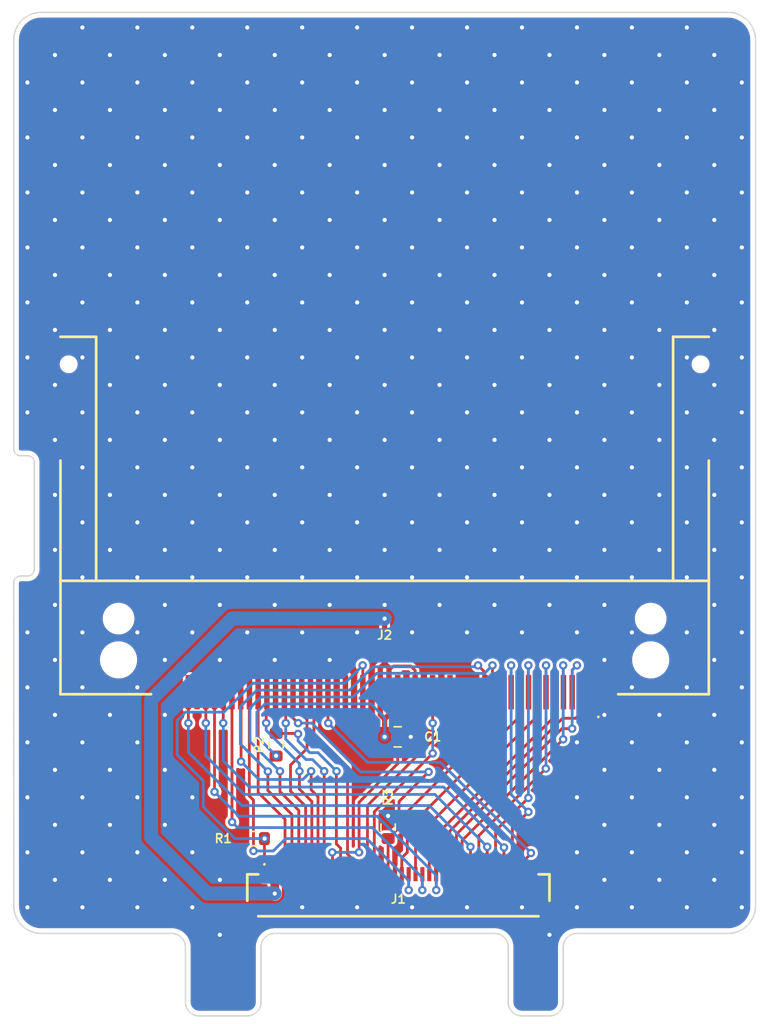
<source format=kicad_pcb>
(kicad_pcb (version 20221018) (generator pcbnew)
  (layers (0 "F.Cu" signal) (31 "B.Cu" signal) (34 "B.Paste" user) (35 "F.Paste" user) (36 "B.SilkS" user "B.Silkscreen") (37 "F.SilkS" user "F.Silkscreen") (38 "B.Mask" user) (39 "F.Mask" user) (44 "Edge.Cuts" user))
  (net 0 "")
  (net 1 "+3.3V")
  (net 2 "GND")
  (net 3 "/RESET")
  (net 4 "/D7")
  (net 5 "/D8")
  (net 6 "/D6")
  (net 7 "/D9")
  (net 8 "/D5")
  (net 9 "/D10")
  (net 10 "/D4")
  (net 11 "/D11")
  (net 12 "/D3")
  (net 13 "/D12")
  (net 14 "/D2")
  (net 15 "/D13")
  (net 16 "/D1")
  (net 17 "/D14")
  (net 18 "/D0")
  (net 19 "/D15")
  (net 20 "/DMARQ")
  (net 21 "/IOW")
  (net 22 "/IOR")
  (net 23 "/IORDY")
  (net 24 "/DMACK")
  (net 25 "/INTRQ")
  (net 26 "/A1")
  (net 27 "/PDIAG")
  (net 28 "/A0")
  (net 29 "/A2")
  (net 30 "/CS0")
  (net 31 "/CS1")
  (net 32 "/DASP")
  (net 33 "/DEVADR")
  (footprint "Resistor_SMD:R_0603_1608Metric" (layer "F.Cu") (at 119.1 106.675 -90)
    (fp_text reference "R2")
    (fp_text value "DNF")
  )
  (footprint "CF-to-ZIF:101D-TAAB-R01" (layer "F.Cu") (at 127 90)
    (fp_text reference "J2")
    (fp_text value "101D-TAAB-R01" hide)
  )
  (footprint "Resistor_SMD:R_0603_1608Metric" (layer "F.Cu") (at 117.425 113.5 180)
    (fp_text reference "R1")
    (fp_text value "4.7K")
  )
  (footprint "Capacitor_SMD:C_0805_2012Metric" (layer "F.Cu") (at 127.95 106.1)
    (fp_text reference "C1")
    (fp_text value "C_Small")
  )
  (footprint "CF-to-ZIF:F3311A7H121040E200" (layer "F.Cu") (at 128 117.625)
    (fp_text reference "J1")
    (fp_text value "F3311A7H121040E200" hide)
  )
  (footprint "Resistor_SMD:R_0603_1608Metric" (layer "F.Cu") (at 127.254 112.6744 90)
    (fp_text reference "R3")
    (fp_text value "DNF")
  )
  (gr_line (start 100.0064 118.4) (end 100 94.9) (stroke (width 0.1)) (layer "Edge.Cuts"))
  (gr_line (start 100.5 85.65) (end 101 85.65) (stroke (width 0.1)) (layer "Edge.Cuts"))
  (gr_arc (start 101 85.65) (mid 101.353553 85.796447) (end 101.5 86.15) (stroke (width 0.1)) (layer "Edge.Cuts"))
  (gr_arc (start 100 55.4) (mid 100.585786 53.985786) (end 102 53.4) (stroke (width 0.1)) (layer "Edge.Cuts"))
  (gr_line (start 154 55.4) (end 154 118.4) (stroke (width 0.1)) (layer "Edge.Cuts"))
  (gr_line (start 118 125.4) (end 118 121.4) (stroke (width 0.1)) (layer "Edge.Cuts"))
  (gr_arc (start 113.5 126.4) (mid 112.792893 126.107107) (end 112.5 125.4) (stroke (width 0.1)) (layer "Edge.Cuts"))
  (gr_line (start 101.5 86.15) (end 101.5 93.9) (stroke (width 0.1)) (layer "Edge.Cuts"))
  (gr_arc (start 118 125.4) (mid 117.707107 126.107107) (end 117 126.4) (stroke (width 0.1)) (layer "Edge.Cuts"))
  (gr_arc (start 101.5 93.9) (mid 101.353553 94.253553) (end 101 94.4) (stroke (width 0.1)) (layer "Edge.Cuts"))
  (gr_line (start 101 94.4) (end 100.5 94.4) (stroke (width 0.1)) (layer "Edge.Cuts"))
  (gr_line (start 113.5 126.4) (end 117 126.4) (stroke (width 0.1)) (layer "Edge.Cuts"))
  (gr_arc (start 135 120.4) (mid 135.707107 120.692893) (end 136 121.4) (stroke (width 0.1)) (layer "Edge.Cuts"))
  (gr_arc (start 111.5 120.4) (mid 112.207107 120.692893) (end 112.5 121.4) (stroke (width 0.1)) (layer "Edge.Cuts"))
  (gr_arc (start 154 118.4) (mid 153.414214 119.814214) (end 152 120.4) (stroke (width 0.1)) (layer "Edge.Cuts"))
  (gr_arc (start 118 121.4) (mid 118.292893 120.692893) (end 119 120.4) (stroke (width 0.1)) (layer "Edge.Cuts"))
  (gr_arc (start 137 126.4) (mid 136.292893 126.107107) (end 136 125.4) (stroke (width 0.1)) (layer "Edge.Cuts"))
  (gr_arc (start 102.0064 120.4) (mid 100.592186 119.814214) (end 100.0064 118.4) (stroke (width 0.1)) (layer "Edge.Cuts"))
  (gr_arc (start 152 53.4) (mid 153.414214 53.985786) (end 154 55.4) (stroke (width 0.1)) (layer "Edge.Cuts"))
  (gr_arc (start 140 121.4) (mid 140.292893 120.692893) (end 141 120.4) (stroke (width 0.1)) (layer "Edge.Cuts"))
  (gr_line (start 136 125.4) (end 136 121.4) (stroke (width 0.1)) (layer "Edge.Cuts"))
  (gr_line (start 141 120.4) (end 152 120.4) (stroke (width 0.1)) (layer "Edge.Cuts"))
  (gr_arc (start 100 94.9) (mid 100.146447 94.546447) (end 100.5 94.4) (stroke (width 0.1)) (layer "Edge.Cuts"))
  (gr_line (start 111.5 120.4) (end 102.0064 120.4) (stroke (width 0.1)) (layer "Edge.Cuts"))
  (gr_arc (start 100.5 85.65) (mid 100.146447 85.503553) (end 100 85.15) (stroke (width 0.1)) (layer "Edge.Cuts"))
  (gr_line (start 112.5 121.4) (end 112.5 125.4) (stroke (width 0.1)) (layer "Edge.Cuts"))
  (gr_line (start 140 121.4) (end 140 125.4) (stroke (width 0.1)) (layer "Edge.Cuts"))
  (gr_line (start 139 126.4) (end 137 126.4) (stroke (width 0.1)) (layer "Edge.Cuts"))
  (gr_line (start 100 85.15) (end 100 55.4) (stroke (width 0.1)) (layer "Edge.Cuts"))
  (gr_line (start 102 53.4) (end 152 53.4) (stroke (width 0.1)) (layer "Edge.Cuts"))
  (gr_line (start 135 120.4) (end 119 120.4) (stroke (width 0.1)) (layer "Edge.Cuts"))
  (gr_arc (start 140 125.4) (mid 139.707107 126.107107) (end 139 126.4) (stroke (width 0.1)) (layer "Edge.Cuts"))
  (segment (start 118.75 116.0875) (end 118.9125 116.0875) (width 0.2794) (layer "F.Cu") (net 1))
  (segment (start 119.0875 116.0875) (end 119.25 116.0875) (width 0.2794) (layer "F.Cu") (net 1))
  (segment (start 118.9125 116.0875) (end 119 116) (width 0.2794) (layer "F.Cu") (net 1))
  (segment (start 127 104.8) (end 127 105.3) (width 0.381) (layer "F.Cu") (net 1))
  (segment (start 127 100.7585) (end 127 97.5) (width 0.381) (layer "F.Cu") (net 1))
  (segment (start 129.223 101.273) (end 129.223 102.85) (width 0.2032) (layer "F.Cu") (net 1))
  (segment (start 126.683 102.85) (end 126.683 101.0755) (width 0.381) (layer "F.Cu") (net 1))
  (segment (start 127.318 102.85) (end 127.318 101.282) (width 0.2032) (layer "F.Cu") (net 1))
  (segment (start 126.683 102.85) (end 126.683 104.483) (width 0.381) (layer "F.Cu") (net 1))
  (segment (start 128.9 100.95) (end 129.223 101.273) (width 0.2032) (layer "F.Cu") (net 1))
  (segment (start 127.318 104.482) (end 127.318 101.0765) (width 0.381) (layer "F.Cu") (net 1))
  (segment (start 119 116) (end 119.0875 116.0875) (width 0.2794) (layer "F.Cu") (net 1))
  (segment (start 119 116) (end 119 117.5) (width 0.635) (layer "F.Cu") (net 1))
  (segment (start 127.318 102.85) (end 127.318 104.482) (width 0.381) (layer "F.Cu") (net 1))
  (segment (start 127.318 101.282) (end 127.65 100.95) (width 0.2032) (layer "F.Cu") (net 1))
  (segment (start 127.65 100.95) (end 128.9 100.95) (width 0.2032) (layer "F.Cu") (net 1))
  (segment (start 126.683 104.483) (end 127 104.8) (width 0.381) (layer "F.Cu") (net 1))
  (segment (start 127.318 104.482) (end 127 104.8) (width 0.381) (layer "F.Cu") (net 1))
  (segment (start 127.318 101.0765) (end 127 100.7585) (width 0.381) (layer "F.Cu") (net 1))
  (segment (start 126.683 101.0755) (end 126.9585 100.8) (width 0.381) (layer "F.Cu") (net 1))
  (via (at 119 117.5) (size 0.6096) (drill 0.3048) (layers "F.Cu" "B.Cu") (net 1))
  (via (at 127 97.5) (size 0.6096) (drill 0.3048) (layers "F.Cu" "B.Cu") (net 1))
  (via (at 127 106.1) (size 0.6096) (drill 0.3048) (layers "F.Cu" "B.Cu") (net 1))
  (via (at 119.1 107.475) (size 0.6096) (drill 0.3048) (layers "F.Cu" "B.Cu") (net 1))
  (segment (start 117.7 106.075) (end 117.7 104.3) (width 0.2032) (layer "B.Cu") (net 1))
  (segment (start 110 113.4) (end 110 103.4) (width 1.016) (layer "B.Cu") (net 1))
  (segment (start 117.7 104.3) (end 118.3 103.7) (width 0.2032) (layer "B.Cu") (net 1))
  (segment (start 118.3 103.7) (end 126 103.7) (width 0.2032) (layer "B.Cu") (net 1))
  (segment (start 126 103.7) (end 127 104.7) (width 0.2032) (layer "B.Cu") (net 1))
  (segment (start 118.9906 117.4906) (end 114.0906 117.4906) (width 1.016) (layer "B.Cu") (net 1))
  (segment (start 119.1 107.475) (end 117.7 106.075) (width 0.2032) (layer "B.Cu") (net 1))
  (segment (start 115.9094 97.4906) (end 126.9906 97.4906) (width 1.016) (layer "B.Cu") (net 1))
  (segment (start 127 104.7) (end 127 106.1) (width 0.2032) (layer "B.Cu") (net 1))
  (segment (start 114.0906 117.4906) (end 110 113.4) (width 1.016) (layer "B.Cu") (net 1))
  (segment (start 126.9906 97.4906) (end 127 97.5) (width 1.016) (layer "B.Cu") (net 1))
  (segment (start 110 103.4) (end 115.9094 97.4906) (width 1.016) (layer "B.Cu") (net 1))
  (via (at 103 76.5) (size 0.6096) (drill 0.3048) (layers "F.Cu" "B.Cu") (net 2))
  (via (at 129 74.5) (size 0.6096) (drill 0.3048) (layers "F.Cu" "B.Cu") (net 2))
  (via (at 119 96.5) (size 0.6096) (drill 0.3048) (layers "F.Cu" "B.Cu") (net 2))
  (via (at 105 78.5) (size 0.6096) (drill 0.3048) (layers "F.Cu" "B.Cu") (net 2))
  (via (at 149 70.5) (size 0.6096) (drill 0.3048) (layers "F.Cu" "B.Cu") (net 2))
  (via (at 141 110.5) (size 0.6096) (drill 0.3048) (layers "F.Cu" "B.Cu") (net 2))
  (via (at 135 88.5) (size 0.6096) (drill 0.3048) (layers "F.Cu" "B.Cu") (net 2))
  (via (at 117 94.5) (size 0.6096) (drill 0.3048) (layers "F.Cu" "B.Cu") (net 2))
  (via (at 105 54.5) (size 0.6096) (drill 0.3048) (layers "F.Cu" "B.Cu") (net 2))
  (via (at 113 66.5) (size 0.6096) (drill 0.3048) (layers "F.Cu" "B.Cu") (net 2))
  (via (at 137 66.5) (size 0.6096) (drill 0.3048) (layers "F.Cu" "B.Cu") (net 2))
  (via (at 121 94.5) (size 0.6096) (drill 0.3048) (layers "F.Cu" "B.Cu") (net 2))
  (via (at 147 76.5) (size 0.6096) (drill 0.3048) (layers "F.Cu" "B.Cu") (net 2))
  (via (at 151 108.5) (size 0.6096) (drill 0.3048) (layers "F.Cu" "B.Cu") (net 2))
  (via (at 131 88.5) (size 0.6096) (drill 0.3048) (layers "F.Cu" "B.Cu") (net 2))
  (via (at 105 94.5) (size 0.6096) (drill 0.3048) (layers "F.Cu" "B.Cu") (net 2))
  (via (at 103 112.5) (size 0.6096) (drill 0.3048) (layers "F.Cu" "B.Cu") (net 2))
  (via (at 129 94.5) (size 0.6096) (drill 0.3048) (layers "F.Cu" "B.Cu") (net 2))
  (via (at 153 58.5) (size 0.6096) (drill 0.3048) (layers "F.Cu" "B.Cu") (net 2))
  (via (at 143 72.5) (size 0.6096) (drill 0.3048) (layers "F.Cu" "B.Cu") (net 2))
  (via (at 103 104.5) (size 0.6096) (drill 0.3048) (layers "F.Cu" "B.Cu") (net 2))
  (via (at 147 116.5) (size 0.6096) (drill 0.3048) (layers "F.Cu" "B.Cu") (net 2))
  (via (at 105 90.5) (size 0.6096) (drill 0.3048) (layers "F.Cu" "B.Cu") (net 2))
  (via (at 149 94.5) (size 0.6096) (drill 0.3048) (layers "F.Cu" "B.Cu") (net 2))
  (via (at 125 86.5) (size 0.6096) (drill 0.3048) (layers "F.Cu" "B.Cu") (net 2))
  (via (at 115 60.5) (size 0.6096) (drill 0.3048) (layers "F.Cu" "B.Cu") (net 2))
  (via (at 151 88.5) (size 0.6096) (drill 0.3048) (layers "F.Cu" "B.Cu") (net 2))
  (via (at 123 76.5) (size 0.6096) (drill 0.3048) (layers "F.Cu" "B.Cu") (net 2))
  (via (at 107 80.5) (size 0.6096) (drill 0.3048) (layers "F.Cu" "B.Cu") (net 2))
  (via (at 151 72.5) (size 0.6096) (drill 0.3048) (layers "F.Cu" "B.Cu") (net 2))
  (via (at 127 84.5) (size 0.6096) (drill 0.3048) (layers "F.Cu" "B.Cu") (net 2))
  (via (at 111 112.5) (size 0.6096) (drill 0.3048) (layers "F.Cu" "B.Cu") (net 2))
  (via (at 119 56.5) (size 0.6096) (drill 0.3048) (layers "F.Cu" "B.Cu") (net 2))
  (via (at 129 70.5) (size 0.6096) (drill 0.3048) (layers "F.Cu" "B.Cu") (net 2))
  (via (at 123 60.5) (size 0.6096) (drill 0.3048) (layers "F.Cu" "B.Cu") (net 2))
  (via (at 131 96.5) (size 0.6096) (drill 0.3048) (layers "F.Cu" "B.Cu") (net 2))
  (via (at 133 94.5) (size 0.6096) (drill 0.3048) (layers "F.Cu" "B.Cu") (net 2))
  (via (at 117 82.5) (size 0.6096) (drill 0.3048) (layers "F.Cu" "B.Cu") (net 2))
  (via (at 129 86.5) (size 0.6096) (drill 0.3048) (layers "F.Cu" "B.Cu") (net 2))
  (via (at 113 94.5) (size 0.6096) (drill 0.3048) (layers "F.Cu" "B.Cu") (net 2))
  (via (at 105 82.5) (size 0.6096) (drill 0.3048) (layers "F.Cu" "B.Cu") (net 2))
  (via (at 119 80.5) (size 0.6096) (drill 0.3048) (layers "F.Cu" "B.Cu") (net 2))
  (via (at 137 82.5) (size 0.6096) (drill 0.3048) (layers "F.Cu" "B.Cu") (net 2))
  (via (at 137 90.5) (size 0.6096) (drill 0.3048) (layers "F.Cu" "B.Cu") (net 2))
  (via (at 131 92.5) (size 0.6096) (drill 0.3048) (layers "F.Cu" "B.Cu") (net 2))
  (via (at 119 88.5) (size 0.6096) (drill 0.3048) (layers "F.Cu" "B.Cu") (net 2))
  (via (at 115 88.5) (size 0.6096) (drill 0.3048) (layers "F.Cu" "B.Cu") (net 2))
  (via (at 121 90.5) (size 0.6096) (drill 0.3048) (layers "F.Cu" "B.Cu") (net 2))
  (via (at 131 72.5) (size 0.6096) (drill 0.3048) (layers "F.Cu" "B.Cu") (net 2))
  (via (at 141 62.5) (size 0.6096) (drill 0.3048) (layers "F.Cu" "B.Cu") (net 2))
  (via (at 111 116.5) (size 0.6096) (drill 0.3048) (layers "F.Cu" "B.Cu") (net 2))
  (via (at 151 100.5) (size 0.6096) (drill 0.3048) (layers "F.Cu" "B.Cu") (net 2))
  (via (at 103 84.5) (size 0.6096) (drill 0.3048) (layers "F.Cu" "B.Cu") (net 2))
  (via (at 111 108.5) (size 0.6096) (drill 0.3048) (layers "F.Cu" "B.Cu") (net 2))
  (via (at 107 56.5) (size 0.6096) (drill 0.3048) (layers "F.Cu" "B.Cu") (net 2))
  (via (at 101 78.5) (size 0.6096) (drill 0.3048) (layers "F.Cu" "B.Cu") (net 2))
  (via (at 127 60.5) (size 0.6096) (drill 0.3048) (layers "F.Cu" "B.Cu") (net 2))
  (via (at 111 100.5) (size 0.6096) (drill 0.3048) (layers "F.Cu" "B.Cu") (net 2))
  (via (at 151 116.5) (size 0.6096) (drill 0.3048) (layers "F.Cu" "B.Cu") (net 2))
  (via (at 145 70.5) (size 0.6096) (drill 0.3048) (layers "F.Cu" "B.Cu") (net 2))
  (via (at 149 98.5) (size 0.6096) (drill 0.3048) (layers "F.Cu" "B.Cu") (net 2))
  (via (at 101 102.5) (size 0.6096) (drill 0.3048) (layers "F.Cu" "B.Cu") (net 2))
  (via (at 145 106.5) (size 0.6096) (drill 0.3048) (layers "F.Cu" "B.Cu") (net 2))
  (via (at 123 56.5) (size 0.6096) (drill 0.3048) (layers "F.Cu" "B.Cu") (net 2))
  (via (at 141 58.5) (size 0.6096) (drill 0.3048) (layers "F.Cu" "B.Cu") (net 2))
  (via (at 143 92.5) (size 0.6096) (drill 0.3048) (layers "F.Cu" "B.Cu") (net 2))
  (via (at 111 68.5) (size 0.6096) (drill 0.3048) (layers "F.Cu" "B.Cu") (net 2))
  (via (at 129 62.5) (size 0.6096) (drill 0.3048) (layers "F.Cu" "B.Cu") (net 2))
  (via (at 103 68.5) (size 0.6096) (drill 0.3048) (layers "F.Cu" "B.Cu") (net 2))
  (via (at 105 66.5) (size 0.6096) (drill 0.3048) (layers "F.Cu" "B.Cu") (net 2))
  (via (at 103 64.5) (size 0.6096) (drill 0.3048) (layers "F.Cu" "B.Cu") (net 2))
  (via (at 128.9 106.1) (size 0.6096) (drill 0.3048) (layers "F.Cu" "B.Cu") (net 2))
  (via (at 129 78.5) (size 0.6096) (drill 0.3048) (layers "F.Cu" "B.Cu") (net 2))
  (via (at 153 90.5) (size 0.6096) (drill 0.3048) (layers "F.Cu" "B.Cu") (net 2))
  (via (at 147 72.5) (size 0.6096) (drill 0.3048) (layers "F.Cu" "B.Cu") (net 2))
  (via (at 131 84.5) (size 0.6096) (drill 0.3048) (layers "F.Cu" "B.Cu") (net 2))
  (via (at 127 88.5) (size 0.6096) (drill 0.3048) (layers "F.Cu" "B.Cu") (net 2))
  (via (at 113 82.5) (size 0.6096) (drill 0.3048) (layers "F.Cu" "B.Cu") (net 2))
  (via (at 117 58.5) (size 0.6096) (drill 0.3048) (layers "F.Cu" "B.Cu") (net 2))
  (via (at 153 70.5) (size 0.6096) (drill 0.3048) (layers "F.Cu" "B.Cu") (net 2))
  (via (at 107 84.5) (size 0.6096) (drill 0.3048) (layers "F.Cu" "B.Cu") (net 2))
  (via (at 149 78.5) (size 0.6096) (drill 0.3048) (layers "F.Cu" "B.Cu") (net 2))
  (via (at 143 80.5) (size 0.6096) (drill 0.3048) (layers "F.Cu" "B.Cu") (net 2))
  (via (at 115 76.5) (size 0.6096) (drill 0.3048) (layers "F.Cu" "B.Cu") (net 2))
  (via (at 147 68.5) (size 0.6096) (drill 0.3048) (layers "F.Cu" "B.Cu") (net 2))
  (via (at 141 106.5) (size 0.6096) (drill 0.3048) (layers "F.Cu" "B.Cu") (net 2))
  (via (at 101 110.5) (size 0.6096) (drill 0.3048) (layers "F.Cu" "B.Cu") (net 2))
  (via (at 145 74.5) (size 0.6096) (drill 0.3048) (layers "F.Cu" "B.Cu") (net 2))
  (via (at 153 114.5) (size 0.6096) (drill 0.3048) (layers "F.Cu" "B.Cu") (net 2))
  (via (at 121 86.5) (size 0.6096) (drill 0.3048) (layers "F.Cu" "B.Cu") (net 2))
  (via (at 141 114.5) (size 0.6096) (drill 0.3048) (layers "F.Cu" "B.Cu") (net 2))
  (via (at 121 118.5) (size 0.6096) (drill 0.3048) (layers "F.Cu" "B.Cu") (net 2))
  (via (at 119 84.5) (size 0.6096) (drill 0.3048) (layers "F.Cu" "B.Cu") (net 2))
  (via (at 147 80.5) (size 0.6096) (drill 0.3048) (layers "F.Cu" "B.Cu") (net 2))
  (via (at 143 64.5) (size 0.6096) (drill 0.3048) (layers "F.Cu" "B.Cu") (net 2))
  (via (at 151 64.5) (size 0.6096) (drill 0.3048) (layers "F.Cu" "B.Cu") (net 2))
  (via (at 129 54.5) (size 0.6096) (drill 0.3048) (layers "F.Cu" "B.Cu") (net 2))
  (via (at 137 74.5) (size 0.6096) (drill 0.3048) (layers "F.Cu" "B.Cu") (net 2))
  (via (at 105 70.5) (size 0.6096) (drill 0.3048) (layers "F.Cu" "B.Cu") (net 2))
  (via (at 109 78.5) (size 0.6096) (drill 0.3048) (layers "F.Cu" "B.Cu") (net 2))
  (via (at 117 66.5) (size 0.6096) (drill 0.3048) (layers "F.Cu" "B.Cu") (net 2))
  (via (at 115 64.5) (size 0.6096) (drill 0.3048) (layers "F.Cu" "B.Cu") (net 2))
  (via (at 145 114.5) (size 0.6096) (drill 0.3048) (layers "F.Cu" "B.Cu") (net 2))
  (via (at 133 90.5) (size 0.6096) (drill 0.3048) (layers "F.Cu" "B.Cu") (net 2))
  (via (at 149 110.5) (size 0.6096) (drill 0.3048) (layers "F.Cu" "B.Cu") (net 2))
  (via (at 145 54.5) (size 0.6096) (drill 0.3048) (layers "F.Cu" "B.Cu") (net 2))
  (via (at 141 94.5) (size 0.6096) (drill 0.3048) (layers "F.Cu" "B.Cu") (net 2))
  (via (at 125 74.5) (size 0.6096) (drill 0.3048) (layers "F.Cu" "B.Cu") (net 2))
  (via (at 101 74.5) (size 0.6096) (drill 0.3048) (layers "F.Cu" "B.Cu") (net 2))
  (via (at 109 62.5) (size 0.6096) (drill 0.3048) (layers "F.Cu" "B.Cu") (net 2))
  (via (at 141 86.5) (size 0.6096) (drill 0.3048) (layers "F.Cu" "B.Cu") (net 2))
  (via (at 153 78.5) (size 0.6096) (drill 0.3048) (layers "F.Cu" "B.Cu") (net 2))
  (via (at 109 118.5) (size 0.6096) (drill 0.3048) (layers "F.Cu" "B.Cu") (net 2))
  (via (at 149 106.5) (size 0.6096) (drill 0.3048) (layers "F.Cu" "B.Cu") (net 2))
  (via (at 117 98.5) (size 0.6096) (drill 0.3048) (layers "F.Cu" "B.Cu") (net 2))
  (via (at 125 94.5) (size 0.6096) (drill 0.3048) (layers "F.Cu" "B.Cu") (net 2))
  (via (at 123 80.5) (size 0.6096) (drill 0.3048) (layers "F.Cu" "B.Cu") (net 2))
  (via (at 121 78.5) (size 0.6096) (drill 0.3048) (layers "F.Cu" "B.Cu") (net 2))
  (via (at 147 88.5) (size 0.6096) (drill 0.3048) (layers "F.Cu" "B.Cu") (net 2))
  (via (at 141 54.5) (size 0.6096) (drill 0.3048) (layers "F.Cu" "B.Cu") (net 2))
  (via (at 127 80.5) (size 0.6096) (drill 0.3048) (layers "F.Cu" "B.Cu") (net 2))
  (via (at 143 56.5) (size 0.6096) (drill 0.3048) (layers "F.Cu" "B.Cu") (net 2))
  (via (at 125 54.5) (size 0.6096) (drill 0.3048) (layers "F.Cu" "B.Cu") (net 2))
  (via (at 109 86.5) (size 0.6096) (drill 0.3048) (layers "F.Cu" "B.Cu") (net 2))
  (via (at 107 64.5) (size 0.6096) (drill 0.3048) (layers "F.Cu" "B.Cu") (net 2))
  (via (at 153 66.5) (size 0.6096) (drill 0.3048) (layers "F.Cu" "B.Cu") (net 2))
  (via (at 113 110.5) (size 0.6096) (drill 0.3048) (layers "F.Cu" "B.Cu") (net 2))
  (via (at 103 116.5) (size 0.6096) (drill 0.3048) (layers "F.Cu" "B.Cu") (net 2))
  (via (at 151 60.5) (size 0.6096) (drill 0.3048) (layers "F.Cu" "B.Cu") (net 2))
  (via (at 101 114.5) (size 0.6096) (drill 0.3048) (layers "F.Cu" "B.Cu") (net 2))
  (via (at 143 68.5) (size 0.6096) (drill 0.3048) (layers "F.Cu" "B.Cu") (net 2))
  (via (at 115 116.5) (size 0.6096) (drill 0.3048) (layers "F.Cu" "B.Cu") (net 2))
  (via (at 151 112.5) (size 0.6096) (drill 0.3048) (layers "F.Cu" "B.Cu") (net 2))
  (via (at 103 72.5) (size 0.6096) (drill 0.3048) (layers "F.Cu" "B.Cu") (net 2))
  (via (at 125 98.5) (size 0.6096) (drill 0.3048) (layers "F.Cu" "B.Cu") (net 2))
  (via (at 151 96.5) (size 0.6096) (drill 0.3048) (layers "F.Cu" "B.Cu") (net 2))
  (via (at 145 58.5) (size 0.6096) (drill 0.3048) (layers "F.Cu" "B.Cu") (net 2))
  (via (at 113 78.5) (size 0.6096) (drill 0.3048) (layers "F.Cu" "B.Cu") (net 2))
  (via (at 125 82.5) (size 0.6096) (drill 0.3048) (layers "F.Cu" "B.Cu") (net 2))
  (via (at 137 54.5) (size 0.6096) (drill 0.3048) (layers "F.Cu" "B.Cu") (net 2))
  (via (at 103 96.5) (size 0.6096) (drill 0.3048) (layers "F.Cu" "B.Cu") (net 2))
  (via (at 151 104.5) (size 0.6096) (drill 0.3048) (layers "F.Cu" "B.Cu") (net 2))
  (via (at 123 88.5) (size 0.6096) (drill 0.3048) (layers "F.Cu" "B.Cu") (net 2))
  (via (at 109 58.5) (size 0.6096) (drill 0.3048) (layers "F.Cu" "B.Cu") (net 2))
  (via (at 123 72.5) (size 0.6096) (drill 0.3048) (layers "F.Cu" "B.Cu") (net 2))
  (via (at 101 70.5) (size 0.6096) (drill 0.3048) (layers "F.Cu" "B.Cu") (net 2))
  (via (at 147 92.5) (size 0.6096) (drill 0.3048) (layers "F.Cu" "B.Cu") (net 2))
  (via (at 135 56.5) (size 0.6096) (drill 0.3048) (layers "F.Cu" "B.Cu") (net 2))
  (via (at 135 92.5) (size 0.6096) (drill 0.3048) (layers "F.Cu" "B.Cu") (net 2))
  (via (at 101 98.5) (size 0.6096) (drill 0.3048) (layers "F.Cu" "B.Cu") (net 2))
  (via (at 103 60.5) (size 0.6096) (drill 0.3048) (layers "F.Cu" "B.Cu") (net 2))
  (via (at 131 64.5) (size 0.6096) (drill 0.3048) (layers "F.Cu" "B.Cu") (net 2))
  (via (at 141 78.5) (size 0.6096) (drill 0.3048) (layers "F.Cu" "B.Cu") (net 2))
  (via (at 151 84.5) (size 0.6096) (drill 0.3048) (layers "F.Cu" "B.Cu") (net 2))
  (via (at 115 92.5) (size 0.6096) (drill 0.3048) (layers "F.Cu" "B.Cu") (net 2))
  (via (at 133 62.5) (size 0.6096) (drill 0.3048) (layers "F.Cu" "B.Cu") (net 2))
  (via (at 145 102.5) (size 0.6096) (drill 0.3048) (layers "F.Cu" "B.Cu") (net 2))
  (via (at 145 86.5) (size 0.6096) (drill 0.3048) (layers "F.Cu" "B.Cu") (net 2))
  (via (at 151 76.5) (size 0.6096) (drill 0.3048) (layers "F.Cu" "B.Cu") (net 2))
  (via (at 107 104.5) (size 0.6096) (drill 0.3048) (layers "F.Cu" "B.Cu") (net 2))
  (via (at 145 82.5) (size 0.6096) (drill 0.3048) (layers "F.Cu" "B.Cu") (net 2))
  (via (at 127 72.5) (size 0.6096) (drill 0.3048) (layers "F.Cu" "B.Cu") (net 2))
  (via (at 129 58.5) (size 0.6096) (drill 0.3048) (layers "F.Cu" "B.Cu") (net 2))
  (via (at 139 96.5) (size 0.6096) (drill 0.3048) (layers "F.Cu" "B.Cu") (net 2))
  (via (at 125 62.5) (size 0.6096) (drill 0.3048) (layers "F.Cu" "B.Cu") (net 2))
  (via (at 105 62.5) (size 0.6096) (drill 0.3048) (layers "F.Cu" "B.Cu") (net 2))
  (via (at 103 100.5) (size 0.6096) (drill 0.3048) (layers "F.Cu" "B.Cu") (net 2))
  (via (at 117 78.5) (size 0.6096) (drill 0.3048) (layers "F.Cu" "B.Cu") (net 2))
  (via (at 139 64.5) (size 0.6096) (drill 0.3048) (layers "F.Cu" "B.Cu") (net 2))
  (via (at 135 64.5) (size 0.6096) (drill 0.3048) (layers "F.Cu" "B.Cu") (net 2))
  (via (at 111 104.5) (size 0.6096) (drill 0.3048) (layers "F.Cu" "B.Cu") (net 2))
  (via (at 121 82.5) (size 0.6096) (drill 0.3048) (layers "F.Cu" "B.Cu") (net 2))
  (via (at 123 96.5) (size 0.6096) (drill 0.3048) (layers "F.Cu" "B.Cu") (net 2))
  (via (at 153 118.5) (size 0.6096) (drill 0.3048) (layers "F.Cu" "B.Cu") (net 2))
  (via (at 129 118.5) (size 0.6096) (drill 0.3048) (layers "F.Cu" "B.Cu") (net 2))
  (via (at 145 90.5) (size 0.6096) (drill 0.3048) (layers "F.Cu" "B.Cu") (net 2))
  (via (at 139 56.5) (size 0.6096) (drill 0.3048) (layers "F.Cu" "B.Cu") (net 2))
  (via (at 145 62.5) (size 0.6096) (drill 0.3048) (layers "F.Cu" "B.Cu") (net 2))
  (via (at 153 110.5) (size 0.6096) (drill 0.3048) (layers "F.Cu" "B.Cu") (net 2))
  (via (at 133 54.5) (size 0.6096) (drill 0.3048) (layers "F.Cu" "B.Cu") (net 2))
  (via (at 105 74.5) (size 0.6096) (drill 0.3048) (layers "F.Cu" "B.Cu") (net 2))
  (via (at 141 82.5) (size 0.6096) (drill 0.3048) (layers "F.Cu" "B.Cu") (net 2))
  (via (at 119 64.5) (size 0.6096) (drill 0.3048) (layers "F.Cu" "B.Cu") (net 2))
  (via (at 113 74.5) (size 0.6096) (drill 0.3048) (layers "F.Cu" "B.Cu") (net 2))
  (via (at 139 60.5) (size 0.6096) (drill 0.3048) (layers "F.Cu" "B.Cu") (net 2))
  (via (at 125 58.5) (size 0.6096) (drill 0.3048) (layers "F.Cu" "B.Cu") (net 2))
  (via (at 127 76.5) (size 0.6096) (drill 0.3048) (layers "F.Cu" "B.Cu") (net 2))
  (via (at 125 70.5) (size 0.6096) (drill 0.3048) (layers "F.Cu" "B.Cu") (net 2))
  (via (at 135 60.5) (size 0.6096) (drill 0.3048) (layers "F.Cu" "B.Cu") (net 2))
  (via (at 115 56.5) (size 0.6096) (drill 0.3048) (layers "F.Cu" "B.Cu") (net 2))
  (via (at 105 106.5) (size 0.6096) (drill 0.3048) (layers "F.Cu" "B.Cu") (net 2))
  (via (at 133 82.5) (size 0.6096) (drill 0.3048) (layers "F.Cu" "B.Cu") (net 2))
  (via (at 123 84.5) (size 0.6096) (drill 0.3048) (layers "F.Cu" "B.Cu") (net 2))
  (via (at 135 96.5) (size 0.6096) (drill 0.3048) (layers "F.Cu" "B.Cu") (net 2))
  (via (at 107 92.5) (size 0.6096) (drill 0.3048) (layers "F.Cu" "B.Cu") (net 2))
  (via (at 131 76.5) (size 0.6096) (drill 0.3048) (layers "F.Cu" "B.Cu") (net 2))
  (via (at 153 74.5) (size 0.6096) (drill 0.3048) (layers "F.Cu" "B.Cu") (net 2))
  (via (at 107 72.5) (size 0.6096) (drill 0.3048) (layers "F.Cu" "B.Cu") (net 2))
  (via (at 121 74.5) (size 0.6096) (drill 0.3048) (layers "F.Cu" "B.Cu") (net 2))
  (via (at 101 82.5) (size 0.6096) (drill 0.3048) (layers "F.Cu" "B.Cu") (net 2))
  (via (at 111 88.5) (size 0.6096) (drill 0.3048) (layers "F.Cu" "B.Cu") (net 2))
  (via (at 153 94.5) (size 0.6096) (drill 0.3048) (layers "F.Cu" "B.Cu") (net 2))
  (via (at 129 98.5) (size 0.6096) (drill 0.3048) (layers "F.Cu" "B.Cu") (net 2))
  (via (at 123 68.5) (size 0.6096) (drill 0.3048) (layers "F.Cu" "B.Cu") (net 2))
  (via (at 107 112.5) (size 0.6096) (drill 0.3048) (layers "F.Cu" "B.Cu") (net 2))
  (via (at 135 68.5) (size 0.6096) (drill 0.3048) (layers "F.Cu" "B.Cu") (net 2))
  (via (at 121 98.5) (size 0.6096) (drill 0.3048) (layers "F.Cu" "B.Cu") (net 2))
  (via (at 107 88.5) (size 0.6096) (drill 0.3048) (layers "F.Cu" "B.Cu") (net 2))
  (via (at 117 90.5) (size 0.6096) (drill 0.3048) (layers "F.Cu" "B.Cu") (net 2))
  (via (at 121 66.5) (size 0.6096) (drill 0.3048) (layers "F.Cu" "B.Cu") (net 2))
  (via (at 129 90.5) (size 0.6096) (drill 0.3048) (layers "F.Cu" "B.Cu") (net 2))
  (via (at 133 86.5) (size 0.6096) (drill 0.3048) (layers "F.Cu" "B.Cu") (net 2))
  (via (at 109 94.5) (size 0.6096) (drill 0.3048) (layers "F.Cu" "B.Cu") (net 2))
  (via (at 109 90.5) (size 0.6096) (drill 0.3048) (layers "F.Cu" "B.Cu") (net 2))
  (via (at 113 118.5) (size 0.6096) (drill 0.3048) (layers "F.Cu" "B.Cu") (net 2))
  (via (at 103 108.5) (size 0.6096) (drill 0.3048) (layers "F.Cu" "B.Cu") (net 2))
  (via (at 147 108.5) (size 0.6096) (drill 0.3048) (layers "F.Cu" "B.Cu") (net 2))
  (via (at 103 88.5) (size 0.6096) (drill 0.3048) (layers "F.Cu" "B.Cu") (net 2))
  (via (at 127 64.5) (size 0.6096) (drill 0.3048) (layers "F.Cu" "B.Cu") (net 2))
  (via (at 141 90.5) (size 0.6096) (drill 0.3048) (layers "F.Cu" "B.Cu") (net 2))
  (via (at 105 102.5) (size 0.6096) (drill 0.3048) (layers "F.Cu" "B.Cu") (net 2))
  (via (at 121 70.5) (size 0.6096) (drill 0.3048) (layers "F.Cu" "B.Cu") (net 2))
  (via (at 109 82.5) (size 0.6096) (drill 0.3048) (layers "F.Cu" "B.Cu") (net 2))
  (via (at 125 78.5) (size 0.6096) (drill 0.3048) (layers "F.Cu" "B.Cu") (net 2))
  (via (at 149 62.5) (size 0.6096) (drill 0.3048) (layers "F.Cu" "B.Cu") (net 2))
  (via (at 137 94.5) (size 0.6096) (drill 0.3048) (layers "F.Cu" "B.Cu") (net 2))
  (via (at 139 68.5) (size 0.6096) (drill 0.3048) (layers "F.Cu" "B.Cu") (net 2))
  (via (at 139 80.5) (size 0.6096) (drill 0.3048) (layers "F.Cu" "B.Cu") (net 2))
  (via (at 143 104.5) (size 0.6096) (drill 0.3048) (layers "F.Cu" "B.Cu") (net 2))
  (via (at 117 70.5) (size 0.6096) (drill 0.3048) (layers "F.Cu" "B.Cu") (net 2))
  (via (at 143 100.5) (size 0.6096) (drill 0.3048) (layers "F.Cu" "B.Cu") (net 2))
  (via (at 125 118.5) (size 0.6096) (drill 0.3048) (layers "F.Cu" "B.Cu") (net 2))
  (via (at 143 60.5) (size 0.6096) (drill 0.3048) (layers "F.Cu" "B.Cu") (net 2))
  (via (at 121 62.5) (size 0.6096) (drill 0.3048) (layers "F.Cu" "B.Cu") (net 2))
  (via (at 111 80.5) (size 0.6096) (drill 0.3048) (layers "F.Cu" "B.Cu") (net 2))
  (via (at 117 86.5) (size 0.6096) (drill 0.3048) (layers "F.Cu" "B.Cu") (net 2))
  (via (at 119 68.5) (size 0.6096) (drill 0.3048) (layers "F.Cu" "B.Cu") (net 2))
  (via (at 139 92.5) (size 0.6096) (drill 0.3048) (layers "F.Cu" "B.Cu") (net 2))
  (via (at 113 70.5) (size 0.6096) (drill 0.3048) (layers "F.Cu" "B.Cu") (net 2))
  (via (at 141 66.5) (size 0.6096) (drill 0.3048) (layers "F.Cu" "B.Cu") (net 2))
  (via (at 101 106.5) (size 0.6096) (drill 0.3048) (layers "F.Cu" "B.Cu") (net 2))
  (via (at 109 98.5) (size 0.6096) (drill 0.3048) (layers "F.Cu" "B.Cu") (net 2))
  (via (at 137 78.5) (size 0.6096) (drill 0.3048) (layers "F.Cu" "B.Cu") (net 2))
  (via (at 131 80.5) (size 0.6096) (drill 0.3048) (layers "F.Cu" "B.Cu") (net 2))
  (via (at 123 64.5) (size 0.6096) (drill 0.3048) (layers "F.Cu" "B.Cu") (net 2))
  (via (at 111 60.5) (size 0.6096) (drill 0.3048) (layers "F.Cu" "B.Cu") (net 2))
  (via (at 137 62.5) (size 0.6096) (drill 0.3048) (layers "F.Cu" "B.Cu") (net 2))
  (via (at 127 92.5) (size 0.6096) (drill 0.3048) (layers "F.Cu" "B.Cu") (net 2))
  (via (at 105 98.5) (size 0.6096) (drill 0.3048) (layers "F.Cu" "B.Cu") (net 2))
  (via (at 133 98.5) (size 0.6096) (drill 0.3048) (layers "F.Cu" "B.Cu") (net 2))
  (via (at 109 66.5) (size 0.6096) (drill 0.3048) (layers "F.Cu" "B.Cu") (net 2))
  (via (at 141 118.5) (size 0.6096) (drill 0.3048) (layers "F.Cu" "B.Cu") (net 2))
  (via (at 149 102.5) (size 0.6096) (drill 0.3048) (layers "F.Cu" "B.Cu") (net 2))
  (via (at 115 96.5) (size 0.6096) (drill 0.3048) (layers "F.Cu" "B.Cu") (net 2))
  (via (at 105 86.5) (size 0.6096) (drill 0.3048) (layers "F.Cu" "B.Cu") (net 2))
  (via (at 149 90.5) (size 0.6096) (drill 0.3048) (layers "F.Cu" "B.Cu") (net 2))
  (via (at 121 54.5) (size 0.6096) (drill 0.3048) (layers "F.Cu" "B.Cu") (net 2))
  (via (at 111 56.5) (size 0.6096) (drill 0.3048) (layers "F.Cu" "B.Cu") (net 2))
  (via (at 131 68.5) (size 0.6096) (drill 0.3048) (layers "F.Cu" "B.Cu") (net 2))
  (via (at 109 110.5) (size 0.6096) (drill 0.3048) (layers "F.Cu" "B.Cu") (net 2))
  (via (at 153 98.5) (size 0.6096) (drill 0.3048) (layers "F.Cu" "B.Cu") (net 2))
  (via (at 141 98.5) (size 0.6096) (drill 0.3048) (layers "F.Cu" "B.Cu") (net 2))
  (via (at 101 66.5) (size 0.6096) (drill 0.3048) (layers "F.Cu" "B.Cu") (net 2))
  (via (at 149 118.5) (size 0.6096) (drill 0.3048) (layers "F.Cu" "B.Cu") (net 2))
  (via (at 119 100.5) (size 0.6096) (drill 0.3048) (layers "F.Cu" "B.Cu") (net 2))
  (via (at 127.254 111.8494) (size 0.6096) (drill 0.3048) (layers "F.Cu" "B.Cu") (net 2))
  (via (at 119 60.5) (size 0.6096) (drill 0.3048) (layers "F.Cu" "B.Cu") (net 2))
  (via (at 143 76.5) (size 0.6096) (drill 0.3048) (layers "F.Cu" "B.Cu") (net 2))
  (via (at 127 68.5) (size 0.6096) (drill 0.3048) (layers "F.Cu" "B.Cu") (net 2))
  (via (at 111 84.5) (size 0.6096) (drill 0.3048) (layers "F.Cu" "B.Cu") (net 2))
  (via (at 119 92.5) (size 0.6096) (drill 0.3048) (layers "F.Cu" "B.Cu") (net 2))
  (via (at 109 114.5) (size 0.6096) (drill 0.3048) (layers "F.Cu" "B.Cu") (net 2))
  (via (at 115 100.5) (size 0.6096) (drill 0.3048) (layers "F.Cu" "B.Cu") (net 2))
  (via (at 135 76.5) (size 0.6096) (drill 0.3048) (layers "F.Cu" "B.Cu") (net 2))
  (via (at 151 92.5) (size 0.6096) (drill 0.3048) (layers "F.Cu" "B.Cu") (net 2))
  (via (at 105 114.5) (size 0.6096) (drill 0.3048) (layers "F.Cu" "B.Cu") (net 2))
  (via (at 153 106.5) (size 0.6096) (drill 0.3048) (layers "F.Cu" "B.Cu") (net 2))
  (via (at 149 54.5) (size 0.6096) (drill 0.3048) (layers "F.Cu" "B.Cu") (net 2))
  (via (at 101 118.5) (size 0.6096) (drill 0.3048) (layers "F.Cu" "B.Cu") (net 2))
  (via (at 139 120.5) (size 0.6096) (drill 0.3048) (layers "F.Cu" "B.Cu") (net 2))
  (via (at 151 80.5) (size 0.6096) (drill 0.3048) (layers "F.Cu" "B.Cu") (net 2))
  (via (at 133 78.5) (size 0.6096) (drill 0.3048) (layers "F.Cu" "B.Cu") (net 2))
  (via (at 119 72.5) (size 0.6096) (drill 0.3048) (layers "F.Cu" "B.Cu") (net 2))
  (via (at 143 112.5) (size 0.6096) (drill 0.3048) (layers "F.Cu" "B.Cu") (net 2))
  (via (at 137 98.5) (size 0.6096) (drill 0.3048) (layers "F.Cu" "B.Cu") (net 2))
  (via (at 137 86.5) (size 0.6096) (drill 0.3048) (layers "F.Cu" "B.Cu") (net 2))
  (via (at 115 84.5) (size 0.6096) (drill 0.3048) (layers "F.Cu" "B.Cu") (net 2))
  (via (at 111 64.5) (size 0.6096) (drill 0.3048) (layers "F.Cu" "B.Cu") (net 2))
  (via (at 131 60.5) (size 0.6096) (drill 0.3048) (layers "F.Cu" "B.Cu") (net 2))
  (via (at 113 54.5) (size 0.6096) (drill 0.3048) (layers "F.Cu" "B.Cu") (net 2))
  (via (at 147 84.5) (size 0.6096) (drill 0.3048) (layers "F.Cu" "B.Cu") (net 2))
  (via (at 153 86.5) (size 0.6096) (drill 0.3048) (layers "F.Cu" "B.Cu") (net 2))
  (via (at 149 66.5) (size 0.6096) (drill 0.3048) (layers "F.Cu" "B.Cu") (net 2))
  (via (at 109 74.5) (size 0.6096) (drill 0.3048) (layers "F.Cu" "B.Cu") (net 2))
  (via (at 137 70.5) (size 0.6096) (drill 0.3048) (layers "F.Cu" "B.Cu") (net 2))
  (via (at 145 94.5) (size 0.6096) (drill 0.3048) (layers "F.Cu" "B.Cu") (net 2))
  (via (at 137 118.5) (size 0.6096) (drill 0.3048) (layers "F.Cu" "B.Cu") (net 2))
  (via (at 125 90.5) (size 0.6096) (drill 0.3048) (layers "F.Cu" "B.Cu") (net 2))
  (via (at 125 66.5) (size 0.6096) (drill 0.3048) (layers "F.Cu" "B.Cu") (net 2))
  (via (at 143 108.5) (size 0.6096) (drill 0.3048) (layers "F.Cu" "B.Cu") (net 2))
  (via (at 135 80.5) (size 0.6096) (drill 0.3048) (layers "F.Cu" "B.Cu") (net 2))
  (via (at 141 70.5) (size 0.6096) (drill 0.3048) (layers "F.Cu" "B.Cu") (net 2))
  (via (at 107 116.5) (size 0.6096) (drill 0.3048) (layers "F.Cu" "B.Cu") (net 2))
  (via (at 109 70.5) (size 0.6096) (drill 0.3048) (layers "F.Cu" "B.Cu") (net 2))
  (via (at 135 84.5) (size 0.6096) (drill 0.3048) (layers "F.Cu" "B.Cu") (net 2))
  (via (at 123 100.5) (size 0.6096) (drill 0.3048) (layers "F.Cu" "B.Cu") (net 2))
  (via (at 133 118.5) (size 0.6096) (drill 0.3048) (layers "F.Cu" "B.Cu") (net 2))
  (via (at 135 72.5) (size 0.6096) (drill 0.3048) (layers "F.Cu" "B.Cu") (net 2))
  (via (at 111 92.5) (size 0.6096) (drill 0.3048) (layers "F.Cu" "B.Cu") (net 2))
  (via (at 145 78.5) (size 0.6096) (drill 0.3048) (layers "F.Cu" "B.Cu") (net 2))
  (via (at 133 66.5) (size 0.6096) (drill 0.3048) (layers "F.Cu" "B.Cu") (net 2))
  (via (at 121 58.5) (size 0.6096) (drill 0.3048) (layers "F.Cu" "B.Cu") (net 2))
  (via (at 145 118.5) (size 0.6096) (drill 0.3048) (layers "F.Cu" "B.Cu") (net 2))
  (via (at 149 86.5) (size 0.6096) (drill 0.3048) (layers "F.Cu" "B.Cu") (net 2))
  (via (at 115 68.5) (size 0.6096) (drill 0.3048) (layers "F.Cu" "B.Cu") (net 2))
  (via (at 111 96.5) (size 0.6096) (drill 0.3048) (layers "F.Cu" "B.Cu") (net 2))
  (via (at 117 62.5) (size 0.6096) (drill 0.3048) (layers "F.Cu" "B.Cu") (net 2))
  (via (at 117 54.5) (size 0.6096) (drill 0.3048) (layers "F.Cu" "B.Cu") (net 2))
  (via (at 103 56.5) (size 0.6096) (drill 0.3048) (layers "F.Cu" "B.Cu") (net 2))
  (via (at 153 102.5) (size 0.6096) (drill 0.3048) (layers "F.Cu" "B.Cu") (net 2))
  (via (at 113 114.5) (size 0.6096) (drill 0.3048) (layers "F.Cu" "B.Cu") (net 2))
  (via (at 107 108.5) (size 0.6096) (drill 0.3048) (layers "F.Cu" "B.Cu") (net 2))
  (via (at 129 66.5) (size 0.6096) (drill 0.3048) (layers "F.Cu" "B.Cu") (net 2))
  (via (at 103 92.5) (size 0.6096) (drill 0.3048) (layers "F.Cu" "B.Cu") (net 2))
  (via (at 143 88.5) (size 0.6096) (drill 0.3048) (layers "F.Cu" "B.Cu") (net 2))
  (via (at 133 58.5) (size 0.6096) (drill 0.3048) (layers "F.Cu" "B.Cu") (net 2))
  (via (at 109 106.5) (size 0.6096) (drill 0.3048) (layers "F.Cu" "B.Cu") (net 2))
  (via (at 105 110.5) (size 0.6096) (drill 0.3048) (layers "F.Cu" "B.Cu") (net 2))
  (via (at 149 58.5) (size 0.6096) (drill 0.3048) (layers "F.Cu" "B.Cu") (net 2))
  (via (at 113 58.5) (size 0.6096) (drill 0.3048) (layers "F.Cu" "B.Cu") (net 2))
  (via (at 145 98.5) (size 0.6096) (drill 0.3048) (layers "F.Cu" "B.Cu") (net 2))
  (via (at 115 72.5) (size 0.6096) (drill 0.3048) (layers "F.Cu" "B.Cu") (net 2))
  (via (at 127 96.5) (size 0.6096) (drill 0.3048) (layers "F.Cu" "B.Cu") (net 2))
  (via (at 113 90.5) (size 0.6096) (drill 0.3048) (layers "F.Cu" "B.Cu") (net 2))
  (via (at 107 76.5) (size 0.6096) (drill 0.3048) (layers "F.Cu" "B.Cu") (net 2))
  (via (at 113 62.5) (size 0.6096) (drill 0.3048) (layers "F.Cu" "B.Cu") (net 2))
  (via (at 151 56.5) (size 0.6096) (drill 0.3048) (layers "F.Cu" "B.Cu") (net 2))
  (via (at 129 82.5) (size 0.6096) (drill 0.3048) (layers "F.Cu" "B.Cu") (net 2))
  (via (at 145 110.5) (size 0.6096) (drill 0.3048) (layers "F.Cu" "B.Cu") (net 2))
  (via (at 107 68.5) (size 0.6096) (drill 0.3048) (layers "F.Cu" "B.Cu") (net 2))
  (via (at 147 60.5) (size 0.6096) (drill 0.3048) (layers "F.Cu" "B.Cu") (net 2))
  (via (at 109 102.5) (size 0.6096) (drill 0.3048) (layers "F.Cu" "B.Cu") (net 2))
  (via (at 139 88.5) (size 0.6096) (drill 0.3048) (layers "F.Cu" "B.Cu") (net 2))
  (via (at 131 56.5) (size 0.6096) (drill 0.3048) (layers "F.Cu" "B.Cu") (net 2))
  (via (at 149 82.5) (size 0.6096) (drill 0.3048) (layers "F.Cu" "B.Cu") (net 2))
  (via (at 147 64.5) (size 0.6096) (drill 0.3048) (layers "F.Cu" "B.Cu") (net 2))
  (via (at 143 96.5) (size 0.6096) (drill 0.3048) (layers "F.Cu" "B.Cu") (net 2))
  (via (at 115 120.5) (size 0.6096) (drill 0.3048) (layers "F.Cu" "B.Cu") (net 2))
  (via (at 113 86.5) (size 0.6096) (drill 0.3048) (layers "F.Cu" "B.Cu") (net 2))
  (via (at 149 74.5) (size 0.6096) (drill 0.3048) (layers "F.Cu" "B.Cu") (net 2))
  (via (at 111 76.5) (size 0.6096) (drill 0.3048) (layers "F.Cu" "B.Cu") (net 2))
  (via (at 147 104.5) (size 0.6096) (drill 0.3048) (layers "F.Cu" "B.Cu") (net 2))
  (via (at 111 72.5) (size 0.6096) (drill 0.3048) (layers "F.Cu" "B.Cu") (net 2))
  (via (at 113 98.5) (size 0.6096) (drill 0.3048) (layers "F.Cu" "B.Cu") (net 2))
  (via (at 115 80.5) (size 0.6096) (drill 0.3048) (layers "F.Cu" "B.Cu") (net 2))
  (via (at 139 84.5) (size 0.6096) (drill 0.3048) (layers "F.Cu" "B.Cu") (net 2))
  (via (at 105 58.5) (size 0.6096) (drill 0.3048) (layers "F.Cu" "B.Cu") (net 2))
  (via (at 133 70.5) (size 0.6096) (drill 0.3048) (layers "F.Cu" "B.Cu") (net 2))
  (via (at 109 54.5) (size 0.6096) (drill 0.3048) (layers "F.Cu" "B.Cu") (net 2))
  (via (at 105 118.5) (size 0.6096) (drill 0.3048) (layers "F.Cu" "B.Cu") (net 2))
  (via (at 153 82.5) (size 0.6096) (drill 0.3048) (layers "F.Cu" "B.Cu") (net 2))
  (via (at 151 68.5) (size 0.6096) (drill 0.3048) (layers "F.Cu" "B.Cu") (net 2))
  (via (at 119 76.5) (size 0.6096) (drill 0.3048) (layers "F.Cu" "B.Cu") (net 2))
  (via (at 147 56.5) (size 0.6096) (drill 0.3048) (layers "F.Cu" "B.Cu") (net 2))
  (via (at 101 58.5) (size 0.6096) (drill 0.3048) (layers "F.Cu" "B.Cu") (net 2))
  (via (at 117 74.5) (size 0.6096) (drill 0.3048) (layers "F.Cu" "B.Cu") (net 2))
  (via (at 137 58.5) (size 0.6096) (drill 0.3048) (layers "F.Cu" "B.Cu") (net 2))
  (via (at 127 56.5) (size 0.6096) (drill 0.3048) (layers "F.Cu" "B.Cu") (net 2))
  (via (at 141 74.5) (size 0.6096) (drill 0.3048) (layers "F.Cu" "B.Cu") (net 2))
  (via (at 103 80.5) (size 0.6096) (drill 0.3048) (layers "F.Cu" "B.Cu") (net 2))
  (via (at 149 114.5) (size 0.6096) (drill 0.3048) (layers "F.Cu" "B.Cu") (net 2))
  (via (at 145 66.5) (size 0.6096) (drill 0.3048) (layers "F.Cu" "B.Cu") (net 2))
  (via (at 123 92.5) (size 0.6096) (drill 0.3048) (layers "F.Cu" "B.Cu") (net 2))
  (via (at 139 76.5) (size 0.6096) (drill 0.3048) (layers "F.Cu" "B.Cu") (net 2))
  (via (at 107 60.5) (size 0.6096) (drill 0.3048) (layers "F.Cu" "B.Cu") (net 2))
  (via (at 143 84.5) (size 0.6096) (drill 0.3048) (layers "F.Cu" "B.Cu") (net 2))
  (via (at 147 112.5) (size 0.6096) (drill 0.3048) (layers "F.Cu" "B.Cu") (net 2))
  (via (at 153 62.5) (size 0.6096) (drill 0.3048) (layers "F.Cu" "B.Cu") (net 2))
  (via (at 133 74.5) (size 0.6096) (drill 0.3048) (layers "F.Cu" "B.Cu") (net 2))
  (via (at 143 116.5) (size 0.6096) (drill 0.3048) (layers "F.Cu" "B.Cu") (net 2))
  (via (at 139 72.5) (size 0.6096) (drill 0.3048) (layers "F.Cu" "B.Cu") (net 2))
  (via (at 101 62.5) (size 0.6096) (drill 0.3048) (layers "F.Cu" "B.Cu") (net 2))
  (segment (start 122.873 105.073) (end 122.873 102.85) (width 0.2032) (layer "F.Cu") (net 3))
  (segment (start 137.65 114.55) (end 137.65 114.6) (width 0.2032) (layer "F.Cu") (net 3))
  (segment (start 137.65 114.6) (end 136.75 115.5) (width 0.2032) (layer "F.Cu") (net 3))
  (segment (start 122.9 105.1) (end 122.873 105.073) (width 0.2032) (layer "F.Cu") (net 3))
  (segment (start 136.75 115.5) (end 136.75 116.0875) (width 0.2032) (layer "F.Cu") (net 3))
  (via (at 137.65 114.55) (size 0.6096) (drill 0.3048) (layers "F.Cu" "B.Cu") (net 3))
  (via (at 122.9 105.1) (size 0.6096) (drill 0.3048) (layers "F.Cu" "B.Cu") (net 3))
  (segment (start 125.75 107.95) (end 131.064 107.95) (width 0.2032) (layer "B.Cu") (net 3))
  (segment (start 137.65 114.536) (end 137.65 114.55) (width 0.2032) (layer "B.Cu") (net 3))
  (segment (start 122.9 105.1) (end 125.75 107.95) (width 0.2032) (layer "B.Cu") (net 3))
  (segment (start 131.064 107.95) (end 137.65 114.536) (width 0.2032) (layer "B.Cu") (net 3))
  (segment (start 136.2964 112.7252) (end 136.2964 114.7036) (width 0.2032) (layer "F.Cu") (net 4))
  (segment (start 136.208 100.9) (end 136.208 102.85) (width 0.2032) (layer "F.Cu") (net 4))
  (segment (start 136.2964 114.7036) (end 135.75 115.25) (width 0.2032) (layer "F.Cu") (net 4))
  (segment (start 135.75 115.25) (end 135.75 116.0875) (width 0.2032) (layer "F.Cu") (net 4))
  (segment (start 137.4648 111.5568) (end 136.2964 112.7252) (width 0.2032) (layer "F.Cu") (net 4))
  (via (at 136.208 100.9) (size 0.6096) (drill 0.3048) (layers "F.Cu" "B.Cu") (net 4))
  (via (at 137.4648 111.5568) (size 0.6096) (drill 0.3048) (layers "F.Cu" "B.Cu") (net 4))
  (segment (start 136.208 110.3) (end 137.4648 111.5568) (width 0.2032) (layer "B.Cu") (net 4))
  (segment (start 136.208 100.9) (end 136.208 110.3) (width 0.2032) (layer "B.Cu") (net 4))
  (segment (start 135.25 115.075) (end 135.25 116.0875) (width 0.2032) (layer "F.Cu") (net 5))
  (segment (start 115.253 105.1) (end 115.253 102.85) (width 0.2032) (layer "F.Cu") (net 5))
  (segment (start 135.6873 114.6377) (end 135.25 115.075) (width 0.2032) (layer "F.Cu") (net 5))
  (segment (start 135.6873 114.1476) (end 135.6873 114.6377) (width 0.2032) (layer "F.Cu") (net 5))
  (via (at 135.6873 114.1476) (size 0.6096) (drill 0.3048) (layers "F.Cu" "B.Cu") (net 5))
  (via (at 115.253 105.1) (size 0.6096) (drill 0.3048) (layers "F.Cu" "B.Cu") (net 5))
  (segment (start 115.253 105.1) (end 115.253 107.853) (width 0.2032) (layer "B.Cu") (net 5))
  (segment (start 115.253 107.853) (end 117.15 109.75) (width 0.2032) (layer "B.Cu") (net 5))
  (segment (start 117.15 109.75) (end 131.2897 109.75) (width 0.2032) (layer "B.Cu") (net 5))
  (segment (start 131.2897 109.75) (end 135.6873 114.1476) (width 0.2032) (layer "B.Cu") (net 5))
  (segment (start 134.75 114.925) (end 134.75 116.0875) (width 0.2032) (layer "F.Cu") (net 6))
  (segment (start 137.4648 102.8368) (end 137.478 102.85) (width 0.2032) (layer "F.Cu") (net 6))
  (segment (start 137.4648 100.9) (end 137.4648 102.8368) (width 0.2032) (layer "F.Cu") (net 6))
  (segment (start 135.0777 112.9279) (end 135.0777 114.5973) (width 0.2032) (layer "F.Cu") (net 6))
  (segment (start 137.4648 110.5408) (end 135.0777 112.9279) (width 0.2032) (layer "F.Cu") (net 6))
  (segment (start 135.0777 114.5973) (end 134.75 114.925) (width 0.2032) (layer "F.Cu") (net 6))
  (via (at 137.4648 100.9) (size 0.6096) (drill 0.3048) (layers "F.Cu" "B.Cu") (net 6))
  (via (at 137.4648 110.5408) (size 0.6096) (drill 0.3048) (layers "F.Cu" "B.Cu") (net 6))
  (segment (start 137.4648 110.5408) (end 137.4648 100.9) (width 0.2032) (layer "B.Cu") (net 6))
  (segment (start 113.983 105.1) (end 113.983 102.85) (width 0.2032) (layer "F.Cu") (net 7))
  (segment (start 134.4686 114.553) (end 134.25 114.7716) (width 0.2032) (layer "F.Cu") (net 7))
  (segment (start 134.25 114.7716) (end 134.25 116.0875) (width 0.2032) (layer "F.Cu") (net 7))
  (segment (start 134.4686 114.0968) (end 134.4686 114.553) (width 0.2032) (layer "F.Cu") (net 7))
  (via (at 134.4686 114.0968) (size 0.6096) (drill 0.3048) (layers "F.Cu" "B.Cu") (net 7))
  (via (at 113.983 105.1) (size 0.6096) (drill 0.3048) (layers "F.Cu" "B.Cu") (net 7))
  (segment (start 113.983 107.483) (end 116.7868 110.2868) (width 0.2032) (layer "B.Cu") (net 7))
  (segment (start 116.7868 110.2868) (end 130.6586 110.2868) (width 0.2032) (layer "B.Cu") (net 7))
  (segment (start 113.983 105.1) (end 113.983 107.483) (width 0.2032) (layer "B.Cu") (net 7))
  (segment (start 130.6586 110.2868) (end 134.4686 114.0968) (width 0.2032) (layer "B.Cu") (net 7))
  (segment (start 138.75 100.9) (end 138.748 100.902) (width 0.2032) (layer "F.Cu") (net 8))
  (segment (start 133.859 113.283) (end 133.859 114.5032) (width 0.2032) (layer "F.Cu") (net 8))
  (segment (start 138.748 100.902) (end 138.748 102.85) (width 0.2032) (layer "F.Cu") (net 8))
  (segment (start 133.75 114.6122) (end 133.75 116.0875) (width 0.2032) (layer "F.Cu") (net 8))
  (segment (start 133.859 114.5032) (end 133.75 114.6122) (width 0.2032) (layer "F.Cu") (net 8))
  (segment (start 138.7348 108.4072) (end 133.859 113.283) (width 0.2032) (layer "F.Cu") (net 8))
  (via (at 138.7348 108.4072) (size 0.6096) (drill 0.3048) (layers "F.Cu" "B.Cu") (net 8))
  (via (at 138.75 100.9) (size 0.6096) (drill 0.3048) (layers "F.Cu" "B.Cu") (net 8))
  (segment (start 138.75 100.9) (end 138.748 100.902) (width 0.2032) (layer "B.Cu") (net 8))
  (segment (start 138.748 108.394) (end 138.7348 108.4072) (width 0.2032) (layer "B.Cu") (net 8))
  (segment (start 138.748 100.902) (end 138.748 108.394) (width 0.2032) (layer "B.Cu") (net 8))
  (segment (start 133.2499 114.0968) (end 133.2499 114.7587) (width 0.2032) (layer "F.Cu") (net 9))
  (segment (start 133.25 114.7588) (end 133.25 116.0875) (width 0.2032) (layer "F.Cu") (net 9))
  (segment (start 112.713 105.1) (end 112.713 102.85) (width 0.2032) (layer "F.Cu") (net 9))
  (segment (start 133.2499 114.7587) (end 133.25 114.7588) (width 0.2032) (layer "F.Cu") (net 9))
  (via (at 112.713 105.1) (size 0.6096) (drill 0.3048) (layers "F.Cu" "B.Cu") (net 9))
  (via (at 133.2499 114.0968) (size 0.6096) (drill 0.3048) (layers "F.Cu" "B.Cu") (net 9))
  (segment (start 112.713 107.213) (end 116.5996 111.0996) (width 0.2032) (layer "B.Cu") (net 9))
  (segment (start 116.5996 111.0996) (end 130.2527 111.0996) (width 0.2032) (layer "B.Cu") (net 9))
  (segment (start 130.2527 111.0996) (end 133.2499 114.0968) (width 0.2032) (layer "B.Cu") (net 9))
  (segment (start 112.713 105.1) (end 112.713 107.213) (width 0.2032) (layer "B.Cu") (net 9))
  (segment (start 132.6403 113.635898) (end 132.6403 114.4539) (width 0.2032) (layer "F.Cu") (net 10))
  (segment (start 140 102.832) (end 140.018 102.85) (width 0.2032) (layer "F.Cu") (net 10))
  (segment (start 132.75 114.5636) (end 132.75 116.0875) (width 0.2032) (layer "F.Cu") (net 10))
  (segment (start 140 100.9) (end 140 102.832) (width 0.2032) (layer "F.Cu") (net 10))
  (segment (start 132.6403 114.4539) (end 132.75 114.5636) (width 0.2032) (layer "F.Cu") (net 10))
  (segment (start 139.997349 106.278849) (end 132.6403 113.635898) (width 0.2032) (layer "F.Cu") (net 10))
  (via (at 140 100.9) (size 0.6096) (drill 0.3048) (layers "F.Cu" "B.Cu") (net 10))
  (via (at 139.997349 106.278849) (size 0.6096) (drill 0.3048) (layers "F.Cu" "B.Cu") (net 10))
  (segment (start 140 100.9) (end 140 106.276198) (width 0.2032) (layer "B.Cu") (net 10))
  (segment (start 140 106.276198) (end 139.997349 106.278849) (width 0.2032) (layer "B.Cu") (net 10))
  (segment (start 139.9148 105.5) (end 132.2324 113.1824) (width 0.2032) (layer "F.Cu") (net 11))
  (segment (start 140.65 105.5) (end 139.9148 105.5) (width 0.2032) (layer "F.Cu") (net 11))
  (segment (start 141 100.9) (end 140.653 101.247) (width 0.2032) (layer "F.Cu") (net 11))
  (segment (start 132.2324 116.0699) (end 132.25 116.0875) (width 0.2032) (layer "F.Cu") (net 11))
  (segment (start 140.653 101.247) (end 140.653 102.85) (width 0.2032) (layer "F.Cu") (net 11))
  (segment (start 132.2324 113.1824) (end 132.2324 116.0699) (width 0.2032) (layer "F.Cu") (net 11))
  (via (at 140.65 105.5) (size 0.6096) (drill 0.3048) (layers "F.Cu" "B.Cu") (net 11))
  (via (at 141 100.9) (size 0.6096) (drill 0.3048) (layers "F.Cu" "B.Cu") (net 11))
  (segment (start 140.65 101.25) (end 141 100.9) (width 0.2032) (layer "B.Cu") (net 11))
  (segment (start 140.65 105.5) (end 140.65 101.25) (width 0.2032) (layer "B.Cu") (net 11))
  (segment (start 140.9004 104.7496) (end 139.954 104.7496) (width 0.2032) (layer "F.Cu") (net 12))
  (segment (start 139.954 104.7496) (end 131.75 112.9536) (width 0.2032) (layer "F.Cu") (net 12))
  (segment (start 131.75 112.9536) (end 131.75 116.0875) (width 0.2032) (layer "F.Cu") (net 12))
  (segment (start 141.288 102.85) (end 141.288 104.362) (width 0.2032) (layer "F.Cu") (net 12))
  (segment (start 141.288 104.362) (end 140.9004 104.7496) (width 0.2032) (layer "F.Cu") (net 12))
  (segment (start 131.25 112.7424) (end 139.383 104.6094) (width 0.2032) (layer "F.Cu") (net 13))
  (segment (start 131.25 116.0875) (end 131.25 112.7424) (width 0.2032) (layer "F.Cu") (net 13))
  (segment (start 139.383 104.6094) (end 139.383 102.85) (width 0.2032) (layer "F.Cu") (net 13))
  (segment (start 130.7592 116.0967) (end 130.75 116.0875) (width 0.2032) (layer "F.Cu") (net 14))
  (segment (start 130.7592 117.25) (end 130.7592 116.0967) (width 0.2032) (layer "F.Cu") (net 14))
  (segment (start 114.617 110.1) (end 114.617 102.85) (width 0.2032) (layer "F.Cu") (net 14))
  (via (at 130.7592 117.25) (size 0.6096) (drill 0.3048) (layers "F.Cu" "B.Cu") (net 14))
  (via (at 114.617 110.1) (size 0.6096) (drill 0.3048) (layers "F.Cu" "B.Cu") (net 14))
  (segment (start 130.7592 116.180784) (end 130.7592 117.25) (width 0.2032) (layer "B.Cu") (net 14))
  (segment (start 126.453416 111.875) (end 130.7592 116.180784) (width 0.2032) (layer "B.Cu") (net 14))
  (segment (start 114.617 110.1) (end 116.392 111.875) (width 0.2032) (layer "B.Cu") (net 14))
  (segment (start 116.392 111.875) (end 126.453416 111.875) (width 0.2032) (layer "B.Cu") (net 14))
  (segment (start 130.25 116.0875) (end 130.25 112.4608) (width 0.2032) (layer "F.Cu") (net 15))
  (segment (start 138.113 104.5978) (end 138.113 102.85) (width 0.2032) (layer "F.Cu") (net 15))
  (segment (start 130.25 112.4608) (end 138.113 104.5978) (width 0.2032) (layer "F.Cu") (net 15))
  (segment (start 115.887 112.287) (end 115.887 102.85) (width 0.2032) (layer "F.Cu") (net 16))
  (segment (start 129.7432 117.25) (end 129.7432 116.0943) (width 0.2032) (layer "F.Cu") (net 16))
  (segment (start 115.9 112.3) (end 115.887 112.287) (width 0.2032) (layer "F.Cu") (net 16))
  (segment (start 129.7432 116.0943) (end 129.75 116.0875) (width 0.2032) (layer "F.Cu") (net 16))
  (via (at 115.9 112.3) (size 0.6096) (drill 0.3048) (layers "F.Cu" "B.Cu") (net 16))
  (via (at 129.7432 117.25) (size 0.6096) (drill 0.3048) (layers "F.Cu" "B.Cu") (net 16))
  (segment (start 129.7432 116.3432) (end 126.1 112.7) (width 0.2032) (layer "B.Cu") (net 16))
  (segment (start 129.7432 117.25) (end 129.7432 116.3432) (width 0.2032) (layer "B.Cu") (net 16))
  (segment (start 116.3 112.7) (end 115.9 112.3) (width 0.2032) (layer "B.Cu") (net 16))
  (segment (start 126.1 112.7) (end 116.3 112.7) (width 0.2032) (layer "B.Cu") (net 16))
  (segment (start 136.843 104.607) (end 136.843 102.85) (width 0.2032) (layer "F.Cu") (net 17))
  (segment (start 129.25 116.0875) (end 129.25 112.2) (width 0.2032) (layer "F.Cu") (net 17))
  (segment (start 129.25 112.2) (end 136.843 104.607) (width 0.2032) (layer "F.Cu") (net 17))
  (segment (start 128.7526 117.25) (end 128.75 117.2474) (width 0.2032) (layer "F.Cu") (net 18))
  (segment (start 117.15 110.4) (end 117.15 102.858) (width 0.2032) (layer "F.Cu") (net 18))
  (segment (start 128.75 117.2474) (end 128.75 116.0875) (width 0.2032) (layer "F.Cu") (net 18))
  (segment (start 117.15 102.858) (end 117.158 102.85) (width 0.2032) (layer "F.Cu") (net 18))
  (segment (start 117.45 110.7) (end 117.15 110.4) (width 0.2032) (layer "F.Cu") (net 18))
  (segment (start 117.45 114.4) (end 117.45 110.7) (width 0.2032) (layer "F.Cu") (net 18))
  (via (at 117.45 114.4) (size 0.6096) (drill 0.3048) (layers "F.Cu" "B.Cu") (net 18))
  (via (at 128.7526 117.25) (size 0.6096) (drill 0.3048) (layers "F.Cu" "B.Cu") (net 18))
  (segment (start 119.8 113.5) (end 125.7 113.5) (width 0.2032) (layer "B.Cu") (net 18))
  (segment (start 118.9 114.4) (end 119.8 113.5) (width 0.2032) (layer "B.Cu") (net 18))
  (segment (start 125.7 113.5) (end 128.7526 116.5526) (width 0.2032) (layer "B.Cu") (net 18))
  (segment (start 128.7526 116.5526) (end 128.7526 117.25) (width 0.2032) (layer "B.Cu") (net 18))
  (segment (start 117.45 114.4) (end 118.9 114.4) (width 0.2032) (layer "B.Cu") (net 18))
  (segment (start 128.65 111.55) (end 135.573 104.627) (width 0.2032) (layer "F.Cu") (net 19))
  (segment (start 128.25 116.0875) (end 128.25 114.9) (width 0.2032) (layer "F.Cu") (net 19))
  (segment (start 128.65 114.5) (end 128.65 111.55) (width 0.2032) (layer "F.Cu") (net 19))
  (segment (start 135.573 104.627) (end 135.573 102.85) (width 0.2032) (layer "F.Cu") (net 19))
  (segment (start 128.25 114.9) (end 128.65 114.5) (width 0.2032) (layer "F.Cu") (net 19))
  (segment (start 120.7 105.1) (end 120.332 104.732) (width 0.2032) (layer "F.Cu") (net 20))
  (segment (start 130.2 108.65) (end 128.05 110.8) (width 0.2032) (layer "F.Cu") (net 20))
  (segment (start 120.332 104.732) (end 120.332 102.85) (width 0.2032) (layer "F.Cu") (net 20))
  (segment (start 128.05 112.7034) (end 127.254 113.4994) (width 0.2032) (layer "F.Cu") (net 20))
  (segment (start 127.25 116.0875) (end 127.25 113.5034) (width 0.2032) (layer "F.Cu") (net 20))
  (segment (start 127.25 113.5034) (end 127.254 113.4994) (width 0.2032) (layer "F.Cu") (net 20))
  (segment (start 128.05 110.8) (end 128.05 112.7034) (width 0.2032) (layer "F.Cu") (net 20))
  (via (at 130.2 108.65) (size 0.6096) (drill 0.3048) (layers "F.Cu" "B.Cu") (net 20))
  (via (at 120.7 105.1) (size 0.6096) (drill 0.3048) (layers "F.Cu" "B.Cu") (net 20))
  (segment (start 125.25 108.65) (end 130.2 108.65) (width 0.2032) (layer "B.Cu") (net 20))
  (segment (start 120.7 105.1) (end 121.7 105.1) (width 0.2032) (layer "B.Cu") (net 20))
  (segment (start 121.7 105.1) (end 125.25 108.65) (width 0.2032) (layer "B.Cu") (net 20))
  (segment (start 126.25 111.55) (end 126.25 116.0875) (width 0.2032) (layer "F.Cu") (net 21))
  (segment (start 130.5 105.1) (end 130.493 105.093) (width 0.2032) (layer "F.Cu") (net 21))
  (segment (start 130.5 107.3) (end 126.25 111.55) (width 0.2032) (layer "F.Cu") (net 21))
  (segment (start 130.493 105.093) (end 130.493 102.85) (width 0.2032) (layer "F.Cu") (net 21))
  (via (at 130.5 107.3) (size 0.6096) (drill 0.3048) (layers "F.Cu" "B.Cu") (net 21))
  (via (at 130.5 105.1) (size 0.6096) (drill 0.3048) (layers "F.Cu" "B.Cu") (net 21))
  (segment (start 130.5 107.3) (end 130.5 105.1) (width 0.2032) (layer "B.Cu") (net 21))
  (segment (start 131.763 105.087) (end 131.763 102.85) (width 0.2032) (layer "F.Cu") (net 22))
  (segment (start 125.75 111.1) (end 131.763 105.087) (width 0.2032) (layer "F.Cu") (net 22))
  (segment (start 125.75 116.0875) (end 125.75 111.1) (width 0.2032) (layer "F.Cu") (net 22))
  (segment (start 121.85 104.65) (end 121.602 104.402) (width 0.2032) (layer "F.Cu") (net 23))
  (segment (start 124.75 115.0827) (end 124.3 114.6327) (width 0.2032) (layer "F.Cu") (net 23))
  (segment (start 124.3 114.6327) (end 124.3 108.3) (width 0.2032) (layer "F.Cu") (net 23))
  (segment (start 124.75 116.0875) (end 124.75 115.0827) (width 0.2032) (layer "F.Cu") (net 23))
  (segment (start 121.85 105.85) (end 121.85 104.65) (width 0.2032) (layer "F.Cu") (net 23))
  (segment (start 121.602 104.402) (end 121.602 102.85) (width 0.2032) (layer "F.Cu") (net 23))
  (segment (start 124.3 108.3) (end 121.85 105.85) (width 0.2032) (layer "F.Cu") (net 23))
  (segment (start 123.487261 113.887261) (end 123.7952 114.1952) (width 0.2032) (layer "F.Cu") (net 24))
  (segment (start 123.5 108.6) (end 123.487261 108.612739) (width 0.2032) (layer "F.Cu") (net 24))
  (segment (start 123.7952 114.1952) (end 123.7952 116.0423) (width 0.2032) (layer "F.Cu") (net 24))
  (segment (start 119.075 105.85) (end 119.062 105.837) (width 0.2032) (layer "F.Cu") (net 24))
  (segment (start 120.663097 105.85) (end 119.075 105.85) (width 0.2032) (layer "F.Cu") (net 24))
  (segment (start 120.7 105.886903) (end 120.663097 105.85) (width 0.2032) (layer "F.Cu") (net 24))
  (segment (start 119.062 105.837) (end 119.062 102.85) (width 0.2032) (layer "F.Cu") (net 24))
  (segment (start 123.7952 116.0423) (end 123.75 116.0875) (width 0.2032) (layer "F.Cu") (net 24))
  (segment (start 123.487261 108.612739) (end 123.487261 113.887261) (width 0.2032) (layer "F.Cu") (net 24))
  (via (at 120.7 105.886903) (size 0.6096) (drill 0.3048) (layers "F.Cu" "B.Cu") (net 24))
  (via (at 123.5 108.6) (size 0.6096) (drill 0.3048) (layers "F.Cu" "B.Cu") (net 24))
  (segment (start 121.55 107.25) (end 122.15 107.25) (width 0.2032) (layer "B.Cu") (net 24))
  (segment (start 122.15 107.25) (end 123.5 108.6) (width 0.2032) (layer "B.Cu") (net 24))
  (segment (start 120.7 105.886903) (end 120.7 106.4) (width 0.2032) (layer "B.Cu") (net 24))
  (segment (start 120.7 106.4) (end 121.55 107.25) (width 0.2032) (layer "B.Cu") (net 24))
  (segment (start 125.1409 110.8591) (end 125.1409 114.5) (width 0.2032) (layer "F.Cu") (net 25))
  (segment (start 123.2048 116.0423) (end 123.25 116.0875) (width 0.2032) (layer "F.Cu") (net 25))
  (segment (start 127.953 108.047) (end 125.1409 110.8591) (width 0.2032) (layer "F.Cu") (net 25))
  (segment (start 127.953 102.85) (end 127.953 108.047) (width 0.2032) (layer "F.Cu") (net 25))
  (segment (start 123.2048 114.5187) (end 123.2048 116.0423) (width 0.2032) (layer "F.Cu") (net 25))
  (segment (start 123.1861 114.5) (end 123.2048 114.5187) (width 0.2032) (layer "F.Cu") (net 25))
  (via (at 125.1409 114.5) (size 0.6096) (drill 0.3048) (layers "F.Cu" "B.Cu") (net 25))
  (via (at 123.1861 114.5) (size 0.6096) (drill 0.3048) (layers "F.Cu" "B.Cu") (net 25))
  (segment (start 123.1861 114.5) (end 125.1409 114.5) (width 0.2032) (layer "B.Cu") (net 25))
  (segment (start 122.6 108.6) (end 122.6 114.8) (width 0.2032) (layer "F.Cu") (net 26))
  (segment (start 122.75 114.95) (end 122.75 116.0875) (width 0.2032) (layer "F.Cu") (net 26))
  (segment (start 122.6 114.8) (end 122.75 114.95) (width 0.2032) (layer "F.Cu") (net 26))
  (segment (start 119.8 105.1) (end 119.8 102.952) (width 0.2032) (layer "F.Cu") (net 26))
  (segment (start 119.8 102.952) (end 119.698 102.85) (width 0.2032) (layer "F.Cu") (net 26))
  (via (at 122.6 108.6) (size 0.6096) (drill 0.3048) (layers "F.Cu" "B.Cu") (net 26))
  (via (at 119.8 105.1) (size 0.6096) (drill 0.3048) (layers "F.Cu" "B.Cu") (net 26))
  (segment (start 122.6 108.6) (end 121.75 107.75) (width 0.2032) (layer "B.Cu") (net 26))
  (segment (start 121.75 107.75) (end 121.275 107.75) (width 0.2032) (layer "B.Cu") (net 26))
  (segment (start 119.8 106.275) (end 119.8 105.1) (width 0.2032) (layer "B.Cu") (net 26))
  (segment (start 121.275 107.75) (end 119.8 106.275) (width 0.2032) (layer "B.Cu") (net 26))
  (segment (start 122.25 115.15) (end 122.25 116.0875) (width 0.2032) (layer "F.Cu") (net 27))
  (segment (start 121.65 108.6) (end 121.65 109.95) (width 0.2032) (layer "F.Cu") (net 27))
  (segment (start 116.5489 107.9) (end 116.5489 102.8759) (width 0.2032) (layer "F.Cu") (net 27))
  (segment (start 116.5489 102.8759) (end 116.523 102.85) (width 0.2032) (layer "F.Cu") (net 27))
  (segment (start 122.15 115.05) (end 122.25 115.15) (width 0.2032) (layer "F.Cu") (net 27))
  (segment (start 122.15 110.45) (end 122.15 115.05) (width 0.2032) (layer "F.Cu") (net 27))
  (segment (start 121.65 109.95) (end 122.15 110.45) (width 0.2032) (layer "F.Cu") (net 27))
  (via (at 121.65 108.6) (size 0.6096) (drill 0.3048) (layers "F.Cu" "B.Cu") (net 27))
  (via (at 116.5489 107.9) (size 0.6096) (drill 0.3048) (layers "F.Cu" "B.Cu") (net 27))
  (segment (start 121.05 109.2) (end 117.8489 109.2) (width 0.2032) (layer "B.Cu") (net 27))
  (segment (start 117.8489 109.2) (end 116.5489 107.9) (width 0.2032) (layer "B.Cu") (net 27))
  (segment (start 121.65 108.6) (end 121.05 109.2) (width 0.2032) (layer "B.Cu") (net 27))
  (segment (start 121.7 110.8) (end 121.7 116.0375) (width 0.2032) (layer "F.Cu") (net 28))
  (segment (start 120.8 109.9) (end 121.7 110.8) (width 0.2032) (layer "F.Cu") (net 28))
  (segment (start 121.7 116.0375) (end 121.75 116.0875) (width 0.2032) (layer "F.Cu") (net 28))
  (segment (start 118.3767 102.9013) (end 118.428 102.85) (width 0.2032) (layer "F.Cu") (net 28))
  (segment (start 118.3767 105.092682) (end 118.3767 102.9013) (width 0.2032) (layer "F.Cu") (net 28))
  (segment (start 120.8 108.6) (end 120.8 109.9) (width 0.2032) (layer "F.Cu") (net 28))
  (via (at 120.8 108.6) (size 0.6096) (drill 0.3048) (layers "F.Cu" "B.Cu") (net 28))
  (via (at 118.3767 105.092682) (size 0.6096) (drill 0.3048) (layers "F.Cu" "B.Cu") (net 28))
  (segment (start 120.8 108.05) (end 118.3767 105.6267) (width 0.2032) (layer "B.Cu") (net 28))
  (segment (start 118.3767 105.6267) (end 118.3767 105.092682) (width 0.2032) (layer "B.Cu") (net 28))
  (segment (start 120.8 108.6) (end 120.8 108.05) (width 0.2032) (layer "B.Cu") (net 28))
  (segment (start 120.15 110.05) (end 120.15 108.15) (width 0.2032) (layer "F.Cu") (net 29))
  (segment (start 121.35 104.85) (end 120.968 104.468) (width 0.2032) (layer "F.Cu") (net 29))
  (segment (start 120.15 108.15) (end 121.35 106.95) (width 0.2032) (layer "F.Cu") (net 29))
  (segment (start 121.25 111.15) (end 120.15 110.05) (width 0.2032) (layer "F.Cu") (net 29))
  (segment (start 120.968 104.468) (end 120.968 102.85) (width 0.2032) (layer "F.Cu") (net 29))
  (segment (start 121.25 116.0875) (end 121.25 111.15) (width 0.2032) (layer "F.Cu") (net 29))
  (segment (start 121.35 106.95) (end 121.35 104.85) (width 0.2032) (layer "F.Cu") (net 29))
  (segment (start 134.85 100.9) (end 134.85 102.762) (width 0.2032) (layer "F.Cu") (net 30))
  (segment (start 119.380776 110.080776) (end 120.75 111.45) (width 0.2032) (layer "F.Cu") (net 30))
  (segment (start 134.85 102.762) (end 134.938 102.85) (width 0.2032) (layer "F.Cu") (net 30))
  (segment (start 119.380776 108.6) (end 119.380776 110.080776) (width 0.2032) (layer "F.Cu") (net 30))
  (segment (start 120.75 111.45) (end 120.75 116.0875) (width 0.2032) (layer "F.Cu") (net 30))
  (via (at 119.380776 108.6) (size 0.6096) (drill 0.3048) (layers "F.Cu" "B.Cu") (net 30))
  (via (at 134.85 100.9) (size 0.6096) (drill 0.3048) (layers "F.Cu" "B.Cu") (net 30))
  (segment (start 119.358014 108.6) (end 117.2 106.441986) (width 0.2032) (layer "B.Cu") (net 30))
  (segment (start 117.2 104) (end 118 103.2) (width 0.2032) (layer "B.Cu") (net 30))
  (segment (start 133.548816 101.475) (end 133.558016 101.4842) (width 0.2032) (layer "B.Cu") (net 30))
  (segment (start 133.558016 101.4842) (end 134.2658 101.4842) (width 0.2032) (layer "B.Cu") (net 30))
  (segment (start 118 103.2) (end 124.7 103.2) (width 0.2032) (layer "B.Cu") (net 30))
  (segment (start 134.2658 101.4842) (end 134.85 100.9) (width 0.2032) (layer "B.Cu") (net 30))
  (segment (start 124.7 103.2) (end 126.425 101.475) (width 0.2032) (layer "B.Cu") (net 30))
  (segment (start 126.425 101.475) (end 133.548816 101.475) (width 0.2032) (layer "B.Cu") (net 30))
  (segment (start 119.380776 108.6) (end 119.358014 108.6) (width 0.2032) (layer "B.Cu") (net 30))
  (segment (start 117.2 106.441986) (end 117.2 104) (width 0.2032) (layer "B.Cu") (net 30))
  (segment (start 134.303 101.403) (end 134.303 102.85) (width 0.2032) (layer "F.Cu") (net 31))
  (segment (start 118.5 110) (end 120.25 111.75) (width 0.2032) (layer "F.Cu") (net 31))
  (segment (start 120.25 111.75) (end 120.25 116.0875) (width 0.2032) (layer "F.Cu") (net 31))
  (segment (start 118.5 108.6163) (end 118.5 110) (width 0.2032) (layer "F.Cu") (net 31))
  (segment (start 133.8 100.9) (end 134.303 101.403) (width 0.2032) (layer "F.Cu") (net 31))
  (via (at 118.5 108.6163) (size 0.6096) (drill 0.3048) (layers "F.Cu" "B.Cu") (net 31))
  (via (at 133.8 100.9) (size 0.6096) (drill 0.3048) (layers "F.Cu" "B.Cu") (net 31))
  (segment (start 126.15 101) (end 133.7 101) (width 0.2032) (layer "B.Cu") (net 31))
  (segment (start 116.5 103.9) (end 117.7 102.7) (width 0.2032) (layer "B.Cu") (net 31))
  (segment (start 124.45 102.7) (end 126.15 101) (width 0.2032) (layer "B.Cu") (net 31))
  (segment (start 117.7 102.7) (end 124.45 102.7) (width 0.2032) (layer "B.Cu") (net 31))
  (segment (start 118.5 108.6163) (end 116.5 106.6163) (width 0.2032) (layer "B.Cu") (net 31))
  (segment (start 133.7 101) (end 133.8 100.9) (width 0.2032) (layer "B.Cu") (net 31))
  (segment (start 116.5 106.6163) (end 116.5 103.9) (width 0.2032) (layer "B.Cu") (net 31))
  (segment (start 117.793 110.143) (end 117.793 102.85) (width 0.2032) (layer "F.Cu") (net 32))
  (segment (start 119.75 116.0875) (end 119.75 112.1) (width 0.2032) (layer "F.Cu") (net 32))
  (segment (start 119.75 112.1) (end 117.793 110.143) (width 0.2032) (layer "F.Cu") (net 32))
  (segment (start 125.413 100.913) (end 125.413 102.85) (width 0.2032) (layer "F.Cu") (net 33))
  (segment (start 125.4 100.9) (end 125.413 100.913) (width 0.2032) (layer "F.Cu") (net 33))
  (segment (start 118.2624 113.4994) (end 118.25 113.5118) (width 0.2032) (layer "F.Cu") (net 33))
  (segment (start 118.25 113.5118) (end 118.25 116.0875) (width 0.2032) (layer "F.Cu") (net 33))
  (via (at 118.2624 113.4994) (size 0.6096) (drill 0.3048) (layers "F.Cu" "B.Cu") (net 33))
  (via (at 125.4 100.9) (size 0.6096) (drill 0.3048) (layers "F.Cu" "B.Cu") (net 33))
  (segment (start 113.8 111.2) (end 116.0994 113.4994) (width 0.2032) (layer "B.Cu") (net 33))
  (segment (start 117.4 102.2) (end 115.3 104.3) (width 0.2032) (layer "B.Cu") (net 33))
  (segment (start 125.4 100.9) (end 124.1 102.2) (width 0.2032) (layer "B.Cu") (net 33))
  (segment (start 115.3 104.3) (end 112.5 104.3) (width 0.2032) (layer "B.Cu") (net 33))
  (segment (start 113.8 109.3) (end 113.8 111.2) (width 0.2032) (layer "B.Cu") (net 33))
  (segment (start 111.9 104.9) (end 111.9 107.4) (width 0.2032) (layer "B.Cu") (net 33))
  (segment (start 116.0994 113.4994) (end 118.2624 113.4994) (width 0.2032) (layer "B.Cu") (net 33))
  (segment (start 112.5 104.3) (end 111.9 104.9) (width 0.2032) (layer "B.Cu") (net 33))
  (segment (start 124.1 102.2) (end 117.4 102.2) (width 0.2032) (layer "B.Cu") (net 33))
  (segment (start 111.9 107.4) (end 113.8 109.3) (width 0.2032) (layer "B.Cu") (net 33))
  (zone (net 2) (net_name "GND") (layers "F&B.Cu") (connect_pads yes (clearance 0.2032)) (min_thickness 0.2032) (fill yes (thermal_gap 0.5) (thermal_bridge_width 0.5))
    (polygon (pts (xy 99 52.5) (xy 155 52.5) (xy 155 127) (xy 99 127)))
  )
)
</source>
